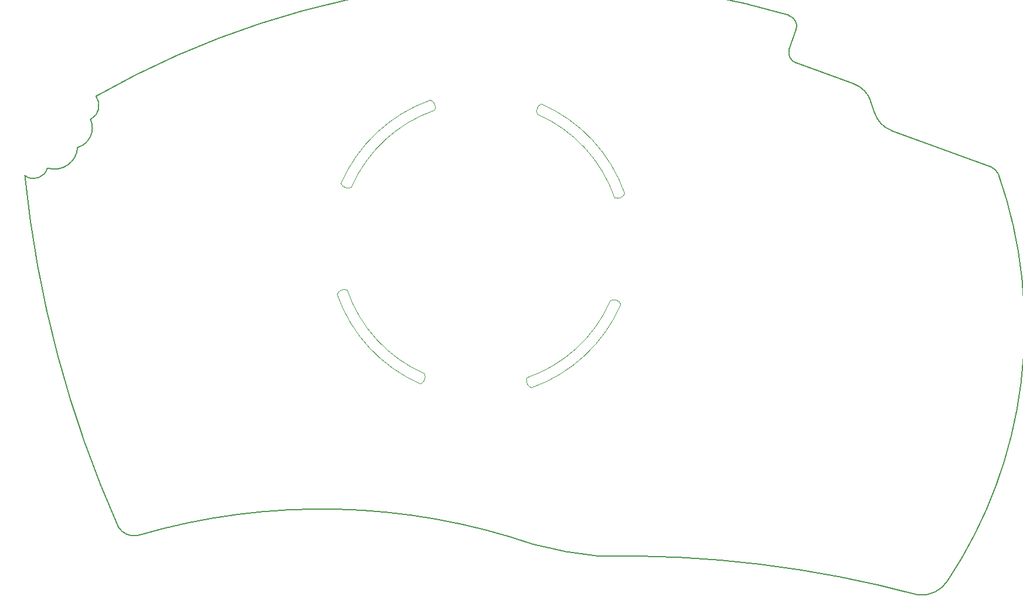
<source format=gbr>
%TF.GenerationSoftware,KiCad,Pcbnew,7.0.10*%
%TF.CreationDate,2024-03-18T13:49:46+01:00*%
%TF.ProjectId,chew_v1_backplate,63686577-5f76-4315-9f62-61636b706c61,rev?*%
%TF.SameCoordinates,Original*%
%TF.FileFunction,Profile,NP*%
%FSLAX46Y46*%
G04 Gerber Fmt 4.6, Leading zero omitted, Abs format (unit mm)*
G04 Created by KiCad (PCBNEW 7.0.10) date 2024-03-18 13:49:46*
%MOMM*%
%LPD*%
G01*
G04 APERTURE LIST*
%TA.AperFunction,Profile*%
%ADD10C,0.150000*%
%TD*%
%TA.AperFunction,Profile*%
%ADD11C,0.100000*%
%TD*%
G04 APERTURE END LIST*
D10*
X155048988Y-59230274D02*
G75*
G03*
X153977226Y-57264827I-1548988J430274D01*
G01*
X53122752Y-72246539D02*
G75*
G03*
X53915745Y-68904673I-1015512J2005989D01*
G01*
X155048988Y-59230274D02*
X154044187Y-62090343D01*
X165811850Y-69635551D02*
X166388274Y-71364822D01*
X154044234Y-62090359D02*
G75*
G03*
X155000000Y-64099999I1523066J-507741D01*
G01*
X46897247Y-79280544D02*
G75*
G03*
X51261762Y-76300172I1005513J3213434D01*
G01*
X176925280Y-138809746D02*
G75*
G03*
X184243488Y-80162059I-55068680J36652046D01*
G01*
X117066135Y-133590525D02*
G75*
G03*
X60040598Y-132281676I-30572975J-89107145D01*
G01*
X172639879Y-140900454D02*
G75*
G03*
X176925279Y-138809745I469021J4475954D01*
G01*
X168818396Y-73859942D02*
X183071438Y-79032734D01*
X155000000Y-64100000D02*
X163381129Y-67140213D01*
X43642380Y-80366799D02*
G75*
G03*
X57171987Y-131153053I164492030J16625869D01*
G01*
X172639880Y-140900447D02*
G75*
G03*
X126565959Y-135304430I-42639880J-158599553D01*
G01*
X57171987Y-131153052D02*
G75*
G03*
X60040598Y-132281673I2228013J1453052D01*
G01*
X117066135Y-133590525D02*
G75*
G03*
X126565959Y-135304430I14933865J55590625D01*
G01*
X153993773Y-57208242D02*
G75*
G03*
X53915746Y-68904673I-36238363J-123930548D01*
G01*
X43642379Y-80366799D02*
G75*
G03*
X46897245Y-79280552I1260151J1643659D01*
G01*
X51261762Y-76300167D02*
G75*
G03*
X53132094Y-72264995I-832942J2837117D01*
G01*
X166388264Y-71364825D02*
G75*
G03*
X168818396Y-73859942I3794736J1264925D01*
G01*
X165811862Y-69635547D02*
G75*
G03*
X163381129Y-67140214I-3794762J-1264953D01*
G01*
X184243488Y-80162059D02*
G75*
G03*
X183071438Y-79032734I-2043488J-947941D01*
G01*
D11*
%TO.C,REF\u002A\u002A*%
X102225148Y-69464897D02*
G75*
G03*
X89296519Y-81521039I7279691J-20766712D01*
G01*
X90195370Y-96894530D02*
G75*
G03*
X88738128Y-97511292I-420240J-1037002D01*
G01*
X89296521Y-81521039D02*
G75*
G03*
X90778156Y-82073082I1016838J464794D01*
G01*
X102841911Y-70922142D02*
G75*
G03*
X90778157Y-82073083I6662922J-19309462D01*
G01*
X102841910Y-70922140D02*
G75*
G03*
X102225148Y-69464898I-1037002J420240D01*
G01*
X88738127Y-97511292D02*
G75*
G03*
X100794269Y-110439921I20766712J7279691D01*
G01*
X100794269Y-110439919D02*
G75*
G03*
X101346312Y-108958284I-464794J1016838D01*
G01*
X90195372Y-96894529D02*
G75*
G03*
X101346313Y-108958283I19309462J6662922D01*
G01*
X128814299Y-83568680D02*
G75*
G03*
X117663357Y-71504927I-19309464J-6662925D01*
G01*
X118215402Y-70023291D02*
G75*
G03*
X117663359Y-71504926I464795J-1016839D01*
G01*
X130271543Y-82951918D02*
G75*
G03*
X118215401Y-70023289I-20766712J-7279691D01*
G01*
X116167809Y-109541090D02*
G75*
G03*
X116784522Y-110998312I1036959J-420258D01*
G01*
X116167760Y-109541069D02*
G75*
G03*
X128231513Y-98390127I-6662925J19309464D01*
G01*
X129713149Y-98942172D02*
G75*
G03*
X128231514Y-98390129I-1016839J-464795D01*
G01*
X128814320Y-83568631D02*
G75*
G03*
X130271542Y-82951918I420258J1036959D01*
G01*
X116784522Y-110998313D02*
G75*
G03*
X129713151Y-98942171I-7279691J20766712D01*
G01*
%TD*%
M02*

</source>
